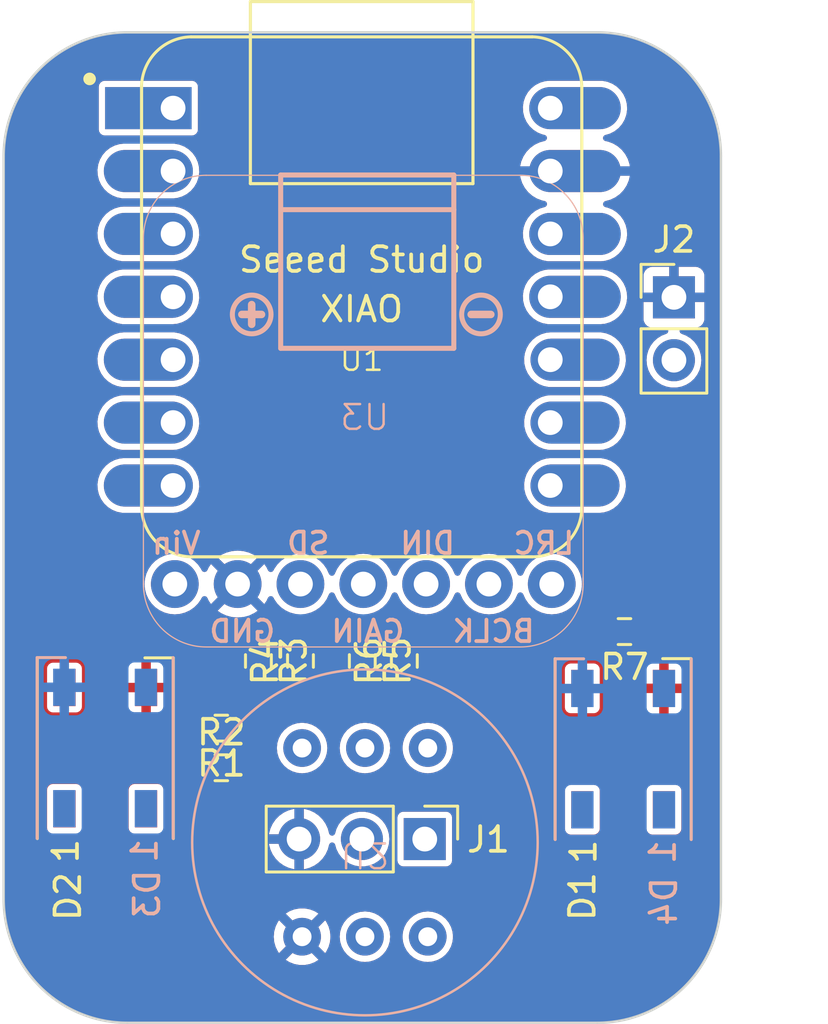
<source format=kicad_pcb>
(kicad_pcb (version 20221018) (generator pcbnew)
  (layers (0 "F.Cu" signal) (31 "B.Cu" signal) (34 "B.Paste" user) (35 "F.Paste" user) (36 "B.SilkS" user "B.Silkscreen") (37 "F.SilkS" user "F.Silkscreen") (38 "B.Mask" user) (39 "F.Mask" user) (44 "Edge.Cuts" user))
  (net 0 "")
  (net 1 "Net-(D1-DOUT)")
  (net 2 "GND")
  (net 3 "/LED_DIN")
  (net 4 "Net-(D2-DOUT)")
  (net 5 "Net-(D3-DOUT)")
  (net 6 "/SPKR_POWER")
  (net 7 "/SPKR_MODE")
  (net 8 "/SPKR_GAIN")
  (net 9 "/SPKR_DIN")
  (net 10 "/SPKR_BCLK")
  (net 11 "/SPKR_LRC")
  (net 12 "/MIC_SCK")
  (net 13 "/MIC_WS")
  (net 14 "/MIC_SD")
  (net 15 "+3.3V")
  (net 16 "/MIC_L{slash}R")
  (net 17 "Net-(D4-DOUT)")
  (net 18 "/PROX_ELECTRODE")
  (net 19 "+5V")
  (footprint "Resistor_SMD:R_0603_1608Metric_Pad0.98x0.95mm_HandSolder" (layer "F.Cu") (at 93.8 95.7)
    (fp_text reference "R2" (at 0 -1.43) (layer "F.SilkS"))
    (fp_text value "DNP")
    (fp_line (start -0.254724 -0.5225) (end 0.254724 -0.5225) (stroke (width 0.12)) (layer "F.SilkS"))
    (fp_line (start -0.254724 0.5225) (end 0.254724 0.5225) (stroke (width 0.12)) (layer "F.SilkS"))
    (pad "1" smd roundrect (at -0.9125 0) (size 0.975 0.95) (layers "F.Cu" "F.Paste" "F.Mask") (net 15 "+3.3V"))
    (pad "2" smd roundrect (at 0.9125 0) (size 0.975 0.95) (layers "F.Cu" "F.Paste" "F.Mask") (net 16 "/MIC_L{slash}R"))
  )
  (footprint "Resistor_SMD:R_0603_1608Metric_Pad0.98x0.95mm_HandSolder" (layer "F.Cu") (at 93.8 94.1 180)
    (fp_text reference "R1" (at 0 -1.43) (layer "F.SilkS"))
    (fp_text value "DNP")
    (fp_line (start -0.254724 -0.5225) (end 0.254724 -0.5225) (stroke (width 0.12)) (layer "F.SilkS"))
    (fp_line (start -0.254724 0.5225) (end 0.254724 0.5225) (stroke (width 0.12)) (layer "F.SilkS"))
    (pad "1" smd roundrect (at -0.9125 0 180) (size 0.975 0.95) (layers "F.Cu" "F.Paste" "F.Mask") (net 16 "/MIC_L{slash}R"))
    (pad "2" smd roundrect (at 0.9125 0 180) (size 0.975 0.95) (layers "F.Cu" "F.Paste" "F.Mask") (net 2 "GND"))
  )
  (footprint "Connector_PinHeader_2.54mm:PinHeader_1x03_P2.54mm_Vertical" (layer "F.Cu") (at 102.02508 98.579498 -90)
    (fp_text reference "J1" (at 0.020502 -2.57492 -180) (layer "F.SilkS"))
    (fp_text value "Conn_01x03_Pin" hide)
    (fp_line (start -1.33 -1.33) (end 0 -1.33) (stroke (width 0.12)) (layer "F.SilkS"))
    (fp_line (start -1.33 0) (end -1.33 -1.33) (stroke (width 0.12)) (layer "F.SilkS"))
    (fp_line (start -1.33 1.27) (end -1.33 6.41) (stroke (width 0.12)) (layer "F.SilkS"))
    (fp_line (start -1.33 1.27) (end 1.33 1.27) (stroke (width 0.12)) (layer "F.SilkS"))
    (fp_line (start -1.33 6.41) (end 1.33 6.41) (stroke (width 0.12)) (layer "F.SilkS"))
    (fp_line (start 1.33 1.27) (end 1.33 6.41) (stroke (width 0.12)) (layer "F.SilkS"))
    (pad "1" thru_hole rect (at 0 0 270) (size 1.7 1.7) (drill 1) (layers "*.Cu" "*.Mask") (net 15 "+3.3V"))
    (pad "2" thru_hole oval (at 0 2.54 270) (size 1.7 1.7) (drill 1) (layers "*.Cu" "*.Mask") (net 17 "Net-(D4-DOUT)"))
    (pad "3" thru_hole oval (at 0 5.08 270) (size 1.7 1.7) (drill 1) (layers "*.Cu" "*.Mask") (net 2 "GND"))
  )
  (footprint "Resistor_SMD:R_0603_1608Metric_Pad0.98x0.95mm_HandSolder" (layer "F.Cu") (at 101.2 91.3875 90)
    (fp_text reference "R6" (at 0 -1.43 90) (layer "F.SilkS"))
    (fp_text value "DNP")
    (fp_line (start -0.254724 -0.5225) (end 0.254724 -0.5225) (stroke (width 0.12)) (layer "F.SilkS"))
    (fp_line (start -0.254724 0.5225) (end 0.254724 0.5225) (stroke (width 0.12)) (layer "F.SilkS"))
    (pad "1" smd roundrect (at -0.9125 0 90) (size 0.975 0.95) (layers "F.Cu" "F.Paste" "F.Mask") (net 6 "/SPKR_POWER"))
    (pad "2" smd roundrect (at 0.9125 0 90) (size 0.975 0.95) (layers "F.Cu" "F.Paste" "F.Mask") (net 8 "/SPKR_GAIN"))
  )
  (footprint "LED_SMD:LED_WS2812B_PLCC4_5.0x5.0mm_P3.2mm" (layer "F.Cu") (at 89.109112 94.910449 90)
    (fp_text reference "D2" (at -5.989551 -1.509112 90) (layer "F.SilkS"))
    (fp_text value "WS2812B")
    (fp_text user "1" (at -4.15 -1.6 90) (layer "F.SilkS"))
    (fp_line (start -3.65 -2.75) (end 3.65 -2.75) (stroke (width 0.12)) (layer "F.SilkS"))
    (fp_line (start -3.65 2.75) (end 3.65 2.75) (stroke (width 0.12)) (layer "F.SilkS"))
    (fp_line (start 3.65 2.75) (end 3.65 1.6) (stroke (width 0.12)) (layer "F.SilkS"))
    (pad "1" smd rect locked (at -2.45 -1.65 90) (size 1.5 0.9) (layers "F.Cu" "F.Paste" "F.Mask") (net 15 "+3.3V"))
    (pad "2" smd rect locked (at -2.45 1.65 90) (size 1.5 0.9) (layers "F.Cu" "F.Paste" "F.Mask") (net 4 "Net-(D2-DOUT)"))
    (pad "3" smd rect locked (at 2.45 1.65 90) (size 1.5 0.9) (layers "F.Cu" "F.Paste" "F.Mask") (net 2 "GND"))
    (pad "4" smd rect locked (at 2.45 -1.65 90) (size 1.5 0.9) (layers "F.Cu" "F.Paste" "F.Mask") (net 1 "Net-(D1-DOUT)"))
  )
  (footprint "LED_SMD:LED_WS2812B_PLCC4_5.0x5.0mm_P3.2mm" (layer "F.Cu") (at 110.044796 94.942756 90)
    (fp_text reference "D1" (at -5.957244 -1.644796 90) (layer "F.SilkS"))
    (fp_text value "WS2812B")
    (fp_text user "1" (at -4.15 -1.6 90) (layer "F.SilkS"))
    (fp_line (start -3.65 -2.75) (end 3.65 -2.75) (stroke (width 0.12)) (layer "F.SilkS"))
    (fp_line (start -3.65 2.75) (end 3.65 2.75) (stroke (width 0.12)) (layer "F.SilkS"))
    (fp_line (start 3.65 2.75) (end 3.65 1.6) (stroke (width 0.12)) (layer "F.SilkS"))
    (pad "1" smd rect locked (at -2.45 -1.65 90) (size 1.5 0.9) (layers "F.Cu" "F.Paste" "F.Mask") (net 15 "+3.3V"))
    (pad "2" smd rect locked (at -2.45 1.65 90) (size 1.5 0.9) (layers "F.Cu" "F.Paste" "F.Mask") (net 1 "Net-(D1-DOUT)"))
    (pad "3" smd rect locked (at 2.45 1.65 90) (size 1.5 0.9) (layers "F.Cu" "F.Paste" "F.Mask") (net 2 "GND"))
    (pad "4" smd rect locked (at 2.45 -1.65 90) (size 1.5 0.9) (layers "F.Cu" "F.Paste" "F.Mask") (net 3 "/LED_DIN"))
  )
  (footprint "Resistor_SMD:R_0603_1608Metric_Pad0.98x0.95mm_HandSolder" (layer "F.Cu") (at 110.1 90.2 180)
    (fp_text reference "R7" (at 0 -1.43) (layer "F.SilkS"))
    (fp_text value "DNP")
    (fp_line (start -0.254724 -0.5225) (end 0.254724 -0.5225) (stroke (width 0.12)) (layer "F.SilkS"))
    (fp_line (start -0.254724 0.5225) (end 0.254724 0.5225) (stroke (width 0.12)) (layer "F.SilkS"))
    (pad "1" smd roundrect (at -0.9125 0 180) (size 0.975 0.95) (layers "F.Cu" "F.Paste" "F.Mask") (net 17 "Net-(D4-DOUT)"))
    (pad "2" smd roundrect (at 0.9125 0 180) (size 0.975 0.95) (layers "F.Cu" "F.Paste" "F.Mask") (net 3 "/LED_DIN"))
  )
  (footprint "Seeed Studio XIAO Series Library:XIAO-Generic-Hybrid-14P-2.54-21X17.8MM" (layer "F.Cu") (at 99.475 76.68)
    (fp_text reference "U1" (at 0 2.54) (layer "F.SilkS") (effects (font (size 0.889 0.889) (thickness 0.1016))))
    (fp_text value "~" hide)
    (fp_text user "XIAO" (at 0 0.5 unlocked) (layer "F.SilkS"))
    (fp_text user "Seeed Studio" (at 0 -1.5 unlocked) (layer "F.SilkS"))
    (fp_line (start -8.9 -8.5) (end -8.9 8.5) (stroke (width 0.127)) (layer "F.SilkS"))
    (fp_line (start -6.9 10.5) (end 6.9 10.5) (stroke (width 0.127)) (layer "F.SilkS"))
    (fp_line (start -4.5 -11.92403) (end 4.5 -11.92403) (stroke (width 0.127)) (layer "F.SilkS"))
    (fp_line (start -4.5 -4.57073) (end -4.5 -11.92403) (stroke (width 0.127)) (layer "F.SilkS"))
    (fp_line (start 4.5 -11.92403) (end 4.5 -4.57073) (stroke (width 0.127)) (layer "F.SilkS"))
    (fp_line (start 4.5 -4.57073) (end -4.5 -4.57073) (stroke (width 0.127)) (layer "F.SilkS"))
    (fp_line (start 6.9 -10.49909) (end -6.9 -10.49909) (stroke (width 0.127)) (layer "F.SilkS"))
    (fp_line (start 8.9 8.5) (end 8.9 -8.5) (stroke (width 0.127)) (layer "F.SilkS"))
    (fp_arc (start -8.9 -8.5) (mid -8.301491 -9.901491) (end -6.9 -10.5) (stroke (width 0.12)) (layer "F.SilkS"))
    (fp_arc (start -6.9 10.5) (mid -8.301423 9.901423) (end -8.9 8.5) (stroke (width 0.12)) (layer "F.SilkS"))
    (fp_arc (start 6.9 -10.5) (mid 8.301492 -9.901492) (end 8.9 -8.5) (stroke (width 0.12)) (layer "F.SilkS"))
    (fp_arc (start 8.9 8.5) (mid 8.314214 9.914214) (end 6.9 10.5) (stroke (width 0.12)) (layer "F.SilkS"))
    (fp_circle (center -11 -8.8) (end -11 -9.054) (fill solid) (layer "F.SilkS"))
    (fp_poly (pts (xy -8.887715 -8.561705) (xy -8.884667 -8.610473) (xy -8.880603 -8.659494)) (stroke (width 0.0254)) (fill none) (layer "F.SilkS"))
    (fp_poly (pts (xy 8.889492 8.521574) (xy 8.887713 8.57085) (xy 8.884665 8.619618) (xy 8.880601 8.668639) (xy 8.875268 8.717407) (xy 8.868664 8.766175) (xy 8.861044 8.81469) (xy 8.852153 8.86295) (xy 8.842248 8.910955)) (stroke (width 0.0254)) (fill none) (layer "F.SilkS"))
    (pad "1" thru_hole rect locked (at -7.625 -7.62) (size 3.5 1.7) (drill 1 (offset -1 0)) (layers "*.Cu" "*.Mask") (net 12 "/MIC_SCK"))
    (pad "2" thru_hole oval locked (at -7.625 -5.08) (size 3.6 1.7) (drill 1 (offset -1 0)) (layers "*.Cu" "*.Mask") (net 13 "/MIC_WS"))
    (pad "3" thru_hole oval locked (at -7.625 -2.54) (size 3.6 1.7) (drill 1 (offset -1 0)) (layers "*.Cu" "*.Mask") (net 14 "/MIC_SD"))
    (pad "4" thru_hole oval locked (at -7.625 0) (size 3.6 1.7) (drill 1 (offset -1 0)) (layers "*.Cu" "*.Mask") (net 11 "/SPKR_LRC"))
    (pad "5" thru_hole oval locked (at -7.625 2.54) (size 3.6 1.7) (drill 1 (offset -1 0)) (layers "*.Cu" "*.Mask") (net 10 "/SPKR_BCLK"))
    (pad "6" thru_hole oval locked (at -7.625 5.08 180) (size 3.6 1.7) (drill 1 (offset 1 0)) (layers "*.Cu" "*.Mask") (net 9 "/SPKR_DIN"))
    (pad "7" thru_hole oval locked (at -7.625 7.62) (size 3.6 1.7) (drill 1 (offset -1 0)) (layers "*.Cu" "*.Mask"))
    (pad "8" thru_hole oval locked (at 7.625 7.62) (size 3.6 1.7) (drill 1 (offset 1 0)) (layers "*.Cu" "*.Mask"))
    (pad "9" thru_hole oval locked (at 7.625 5.08) (size 3.6 1.7) (drill 1 (offset 1 0)) (layers "*.Cu" "*.Mask") (net 3 "/LED_DIN"))
    (pad "10" thru_hole oval locked (at 7.625 2.54) (size 3.6 1.7) (drill 1 (offset 1 0)) (layers "*.Cu" "*.Mask") (net 18 "/PROX_ELECTRODE"))
    (pad "11" thru_hole oval locked (at 7.625 0) (size 3.7 1.7) (drill 1 (offset 1 0)) (layers "*.Cu" "*.Mask") (net 6 "/SPKR_POWER"))
    (pad "12" thru_hole oval locked (at 7.625 -2.54) (size 3.7 1.7) (drill 1 (offset 1 0)) (layers "*.Cu" "*.Mask") (net 15 "+3.3V"))
    (pad "13" thru_hole oval locked (at 7.625 -5.08) (size 3.7 1.7) (drill 1 (offset 1 0)) (layers "*.Cu" "*.Mask") (net 2 "GND"))
    (pad "14" thru_hole oval locked (at 7.625 -7.62) (size 3.7 1.7) (drill 1 (offset 1 0)) (layers "*.Cu" "*.Mask") (net 19 "+5V"))
  )
  (footprint "Resistor_SMD:R_0603_1608Metric_Pad0.98x0.95mm_HandSolder" (layer "F.Cu") (at 99.5 91.3875 -90)
    (fp_text reference "R5" (at 0 -1.43 90) (layer "F.SilkS"))
    (fp_text value "0")
    (fp_line (start -0.254724 -0.5225) (end 0.254724 -0.5225) (stroke (width 0.12)) (layer "F.SilkS"))
    (fp_line (start -0.254724 0.5225) (end 0.254724 0.5225) (stroke (width 0.12)) (layer "F.SilkS"))
    (pad "1" smd roundrect (at -0.9125 0 270) (size 0.975 0.95) (layers "F.Cu" "F.Paste" "F.Mask") (net 8 "/SPKR_GAIN"))
    (pad "2" smd roundrect (at 0.9125 0 270) (size 0.975 0.95) (layers "F.Cu" "F.Paste" "F.Mask") (net 2 "GND"))
  )
  (footprint "Resistor_SMD:R_0603_1608Metric_Pad0.98x0.95mm_HandSolder" (layer "F.Cu") (at 97 91.3875 90)
    (fp_text reference "R4" (at 0 -1.43 90) (layer "F.SilkS"))
    (fp_text value "0")
    (fp_line (start -0.254724 -0.5225) (end 0.254724 -0.5225) (stroke (width 0.12)) (layer "F.SilkS"))
    (fp_line (start -0.254724 0.5225) (end 0.254724 0.5225) (stroke (width 0.12)) (layer "F.SilkS"))
    (pad "1" smd roundrect (at -0.9125 0 90) (size 0.975 0.95) (layers "F.Cu" "F.Paste" "F.Mask") (net 6 "/SPKR_POWER"))
    (pad "2" smd roundrect (at 0.9125 0 90) (size 0.975 0.95) (layers "F.Cu" "F.Paste" "F.Mask") (net 7 "/SPKR_MODE"))
  )
  (footprint "Resistor_SMD:R_0603_1608Metric_Pad0.98x0.95mm_HandSolder" (layer "F.Cu") (at 95.3 91.3875 -90)
    (fp_text reference "R3" (at 0 -1.43 90) (layer "F.SilkS"))
    (fp_text value "DNP")
    (fp_line (start -0.254724 -0.5225) (end 0.254724 -0.5225) (stroke (width 0.12)) (layer "F.SilkS"))
    (fp_line (start -0.254724 0.5225) (end 0.254724 0.5225) (stroke (width 0.12)) (layer "F.SilkS"))
    (pad "1" smd roundrect (at -0.9125 0 270) (size 0.975 0.95) (layers "F.Cu" "F.Paste" "F.Mask") (net 7 "/SPKR_MODE"))
    (pad "2" smd roundrect (at 0.9125 0 270) (size 0.975 0.95) (layers "F.Cu" "F.Paste" "F.Mask") (net 2 "GND"))
  )
  (footprint "Connector_PinHeader_2.54mm:PinHeader_1x02_P2.54mm_Vertical" (layer "F.Cu") (at 112.1 76.7)
    (fp_text reference "J2" (at 0 -2.33) (layer "F.SilkS"))
    (fp_text value "Conn_01x02_Pin")
    (fp_line (start -1.33 -1.33) (end 0 -1.33) (stroke (width 0.12)) (layer "F.SilkS"))
    (fp_line (start -1.33 0) (end -1.33 -1.33) (stroke (width 0.12)) (layer "F.SilkS"))
    (fp_line (start -1.33 1.27) (end -1.33 3.87) (stroke (width 0.12)) (layer "F.SilkS"))
    (fp_line (start -1.33 1.27) (end 1.33 1.27) (stroke (width 0.12)) (layer "F.SilkS"))
    (fp_line (start -1.33 3.87) (end 1.33 3.87) (stroke (width 0.12)) (layer "F.SilkS"))
    (fp_line (start 1.33 1.27) (end 1.33 3.87) (stroke (width 0.12)) (layer "F.SilkS"))
    (pad "1" thru_hole rect (at 0 0) (size 1.7 1.7) (drill 1) (layers "*.Cu" "*.Mask") (net 2 "GND"))
    (pad "2" thru_hole oval (at 0 2.54) (size 1.7 1.7) (drill 1) (layers "*.Cu" "*.Mask") (net 18 "/PROX_ELECTRODE"))
  )
  (footprint "BottleNode_footprints:INMP441_breakout" (layer "B.Cu") (at 99.60637 98.713205)
    (fp_text reference "U2" (at 0 0.5 180 unlocked) (layer "B.SilkS") (effects (font (thickness 0.1)) (justify mirror)))
    (fp_text value "~")
    (fp_circle (center 0 0) (end 6.985 0) (stroke (width 0.1)) (fill none) (layer "B.SilkS"))
    (pad "1" thru_hole circle locked (at -2.54 -3.81) (size 1.524 1.524) (drill 0.762) (layers "*.Cu" "*.Mask") (net 16 "/MIC_L{slash}R"))
    (pad "2" thru_hole circle locked (at 0 -3.81) (size 1.524 1.524) (drill 0.762) (layers "*.Cu" "*.Mask") (net 13 "/MIC_WS"))
    (pad "3" thru_hole circle locked (at 2.54 -3.81) (size 1.524 1.524) (drill 0.762) (layers "*.Cu" "*.Mask") (net 12 "/MIC_SCK"))
    (pad "4" thru_hole circle locked (at 2.54 3.81) (size 1.524 1.524) (drill 0.762) (layers "*.Cu" "*.Mask") (net 14 "/MIC_SD"))
    (pad "5" thru_hole circle locked (at 0 3.81) (size 1.524 1.524) (drill 0.762) (layers "*.Cu" "*.Mask") (net 15 "+3.3V"))
    (pad "6" thru_hole circle locked (at -2.54 3.81) (size 1.524 1.524) (drill 0.762) (layers "*.Cu" "*.Mask") (net 2 "GND"))
  )
  (footprint "LED_SMD:LED_WS2812B_PLCC4_5.0x5.0mm_P3.2mm" (layer "B.Cu") (at 110.05 94.95 90)
    (fp_text reference "D4" (at -6.15 1.65 90) (layer "B.SilkS") (effects (justify mirror)))
    (fp_text value "WS2812B")
    (fp_text user "1" (at -4.15 1.6 90) (layer "B.SilkS") (effects (justify mirror)))
    (fp_line (start -3.65 -2.75) (end 3.65 -2.75) (stroke (width 0.12)) (layer "B.SilkS"))
    (fp_line (start -3.65 2.75) (end 3.65 2.75) (stroke (width 0.12)) (layer "B.SilkS"))
    (fp_line (start 3.65 -2.75) (end 3.65 -1.6) (stroke (width 0.12)) (layer "B.SilkS"))
    (pad "1" smd rect locked (at -2.45 1.65 90) (size 1.5 0.9) (layers "B.Cu" "B.Paste" "B.Mask") (net 15 "+3.3V"))
    (pad "2" smd rect locked (at -2.45 -1.65 90) (size 1.5 0.9) (layers "B.Cu" "B.Paste" "B.Mask") (net 17 "Net-(D4-DOUT)"))
    (pad "3" smd rect locked (at 2.45 -1.65 90) (size 1.5 0.9) (layers "B.Cu" "B.Paste" "B.Mask") (net 2 "GND"))
    (pad "4" smd rect locked (at 2.45 1.65 90) (size 1.5 0.9) (layers "B.Cu" "B.Paste" "B.Mask") (net 5 "Net-(D3-DOUT)"))
  )
  (footprint "LED_SMD:LED_WS2812B_PLCC4_5.0x5.0mm_P3.2mm" (layer "B.Cu") (at 89.1 94.9 90)
    (fp_text reference "D3" (at -5.9 1.7 90) (layer "B.SilkS") (effects (justify mirror)))
    (fp_text value "WS2812B")
    (fp_text user "1" (at -4.15 1.6 90) (layer "B.SilkS") (effects (justify mirror)))
    (fp_line (start -3.65 -2.75) (end 3.65 -2.75) (stroke (width 0.12)) (layer "B.SilkS"))
    (fp_line (start -3.65 2.75) (end 3.65 2.75) (stroke (width 0.12)) (layer "B.SilkS"))
    (fp_line (start 3.65 -2.75) (end 3.65 -1.6) (stroke (width 0.12)) (layer "B.SilkS"))
    (pad "1" smd rect locked (at -2.45 1.65 90) (size 1.5 0.9) (layers "B.Cu" "B.Paste" "B.Mask") (net 15 "+3.3V"))
    (pad "2" smd rect locked (at -2.45 -1.65 90) (size 1.5 0.9) (layers "B.Cu" "B.Paste" "B.Mask") (net 5 "Net-(D3-DOUT)"))
    (pad "3" smd rect locked (at 2.45 -1.65 90) (size 1.5 0.9) (layers "B.Cu" "B.Paste" "B.Mask") (net 2 "GND"))
    (pad "4" smd rect locked (at 2.45 1.65 90) (size 1.5 0.9) (layers "B.Cu" "B.Paste" "B.Mask") (net 4 "Net-(D2-DOUT)"))
  )
  (footprint "BottleNode_footprints:MAX98357A_adafruit_breakout" (layer "B.Cu") (at 99.6 81.3 180)
    (fp_text reference "U3" (at 0 -0.254 unlocked) (layer "B.SilkS") (effects (font (thickness 0.1)) (justify mirror)))
    (fp_text value "~")
    (fp_text user "LRC" (at -7.239 -5.334 unlocked) (layer "B.SilkS") (effects (font (size 0.8636 0.8636) (thickness 0.1524)) (justify mirror)))
    (fp_text user "SD" (at 2.286 -5.334 unlocked) (layer "B.SilkS") (effects (font (size 0.8636 0.8636) (thickness 0.1524)) (justify mirror)))
    (fp_text user "BCLK" (at -5.207 -8.89 unlocked) (layer "B.SilkS") (effects (font (size 0.8636 0.8636) (thickness 0.1524)) (justify mirror)))
    (fp_text user "GAIN" (at -0.127 -8.89 unlocked) (layer "B.SilkS") (effects (font (size 0.8636 0.8636) (thickness 0.1524)) (justify mirror)))
    (fp_text user "Vin" (at 7.62 -5.334 unlocked) (layer "B.SilkS") (effects (font (size 0.8636 0.8636) (thickness 0.1524)) (justify mirror)))
    (fp_text user "DIN" (at -2.54 -5.334 unlocked) (layer "B.SilkS") (effects (font (size 0.8636 0.8636) (thickness 0.1524)) (justify mirror)))
    (fp_text user "GND" (at 4.953 -8.89 unlocked) (layer "B.SilkS") (effects (font (size 0.8636 0.8636) (thickness 0.1524)) (justify mirror)))
    (fp_line (start -8.829716 -6.981063) (end -8.829716 6.988937) (stroke (width 0.05)) (layer "B.SilkS"))
    (fp_line (start -6.289716 9.528937) (end 6.410284 9.528937) (stroke (width 0.05)) (layer "B.SilkS"))
    (fp_line (start -5.0958 3.908) (end -4.3021 3.908) (stroke (width 0.3048)) (layer "B.SilkS"))
    (fp_line (start -3.6 2.54) (end 3.4 2.54) (stroke (width 0.2032)) (layer "B.SilkS"))
    (fp_line (start -3.6 8.14) (end -3.6 2.54) (stroke (width 0.2032)) (layer "B.SilkS"))
    (fp_line (start -3.6 9.54) (end -3.6 8.14) (stroke (width 0.2032)) (layer "B.SilkS"))
    (fp_line (start 3.4 2.54) (end 3.4 8.14) (stroke (width 0.2032)) (layer "B.SilkS"))
    (fp_line (start 3.4 8.14) (end -3.6 8.14) (stroke (width 0.2032)) (layer "B.SilkS"))
    (fp_line (start 3.4 8.14) (end 3.4 9.54) (stroke (width 0.2032)) (layer "B.SilkS"))
    (fp_line (start 3.4 9.54) (end -3.6 9.54) (stroke (width 0.2032)) (layer "B.SilkS"))
    (fp_line (start 4.572 4.3048) (end 4.572 3.5112) (stroke (width 0.3048)) (layer "B.SilkS"))
    (fp_line (start 4.9688 3.908) (end 4.1751 3.908) (stroke (width 0.3048)) (layer "B.SilkS"))
    (fp_line (start 6.410284 -9.521063) (end -6.289716 -9.521063) (stroke (width 0.05)) (layer "B.SilkS"))
    (fp_line (start 8.950284 6.988937) (end 8.950284 -6.981063) (stroke (width 0.05)) (layer "B.SilkS"))
    (fp_arc (start -8.829716 -6.981063) (mid -8.085767 -8.777114) (end -6.289716 -9.521063) (stroke (width 0.05)) (layer "B.SilkS"))
    (fp_arc (start -6.289716 9.528937) (mid -8.085767 8.784988) (end -8.829716 6.988937) (stroke (width 0.05)) (layer "B.SilkS"))
    (fp_arc (start 6.410284 -9.521063) (mid 8.206334 -8.777113) (end 8.950284 -6.981063) (stroke (width 0.05)) (layer "B.SilkS"))
    (fp_arc (start 8.950284 6.988937) (mid 8.206337 8.784992) (end 6.410284 9.528937) (stroke (width 0.05)) (layer "B.SilkS"))
    (fp_circle (center -4.699 3.908) (end -5.4807 3.908) (stroke (width 0.2032)) (fill none) (layer "B.SilkS"))
    (fp_circle (center 4.572 3.908) (end 5.3537 3.908) (stroke (width 0.2032)) (fill none) (layer "B.SilkS"))
    (pad "1" thru_hole circle locked (at 7.680284 -6.981063 270) (size 1.9304 1.9304) (drill 1) (layers "*.Cu" "*.Mask") (net 6 "/SPKR_POWER"))
    (pad "2" thru_hole circle locked (at 5.140284 -6.981063 270) (size 1.9304 1.9304) (drill 1) (layers "*.Cu" "*.Mask") (net 2 "GND"))
    (pad "3" thru_hole circle locked (at 2.600284 -6.981063 270) (size 1.9304 1.9304) (drill 1) (layers "*.Cu" "*.Mask") (net 7 "/SPKR_MODE"))
    (pad "4" thru_hole circle locked (at 0.060284 -6.981063 270) (size 1.9304 1.9304) (drill 1) (layers "*.Cu" "*.Mask") (net 8 "/SPKR_GAIN"))
    (pad "5" thru_hole circle locked (at -2.479716 -6.981063 270) (size 1.9304 1.9304) (drill 1) (layers "*.Cu" "*.Mask") (net 9 "/SPKR_DIN"))
    (pad "6" thru_hole circle locked (at -5.019716 -6.981063 270) (size 1.9304 1.9304) (drill 1) (layers "*.Cu" "*.Mask") (net 10 "/SPKR_BCLK"))
    (pad "7" thru_hole circle locked (at -7.559716 -6.981063 270) (size 1.9304 1.9304) (drill 1) (layers "*.Cu" "*.Mask") (net 11 "/SPKR_LRC"))
  )
  (gr_arc (start 90 106) (mid 86.464466 104.535534) (end 85 101) (stroke (width 0.1)) (layer "Edge.Cuts"))
  (gr_line (start 90 66) (end 109 66) (stroke (width 0.1)) (layer "Edge.Cuts"))
  (gr_line (start 109 106) (end 90 106) (stroke (width 0.1)) (layer "Edge.Cuts"))
  (gr_line (start 85 101) (end 85 71) (stroke (width 0.1)) (layer "Edge.Cuts"))
  (gr_arc (start 85 71) (mid 86.464466 67.464466) (end 90 66) (stroke (width 0.1)) (layer "Edge.Cuts"))
  (gr_arc (start 109 66) (mid 112.535534 67.464466) (end 114 71) (stroke (width 0.1)) (layer "Edge.Cuts"))
  (gr_line (start 114 71) (end 114 101) (stroke (width 0.1)) (layer "Edge.Cuts"))
  (gr_arc (start 114 101) (mid 112.535534 104.535534) (end 109 106) (stroke (width 0.1)) (layer "Edge.Cuts"))
  (zone locked (net 2) (net_name "GND") (layers "F&B.Cu") (connect_pads (clearance 0.254)) (min_thickness 0.254) (fill yes (thermal_gap 0.381) (thermal_bridge_width 0.381) (island_removal_mode 1) (island_area_min 0.001316))
    (polygon (pts (xy 85 66) (xy 114 66) (xy 114 106) (xy 85 106)))
  )
)
</source>
